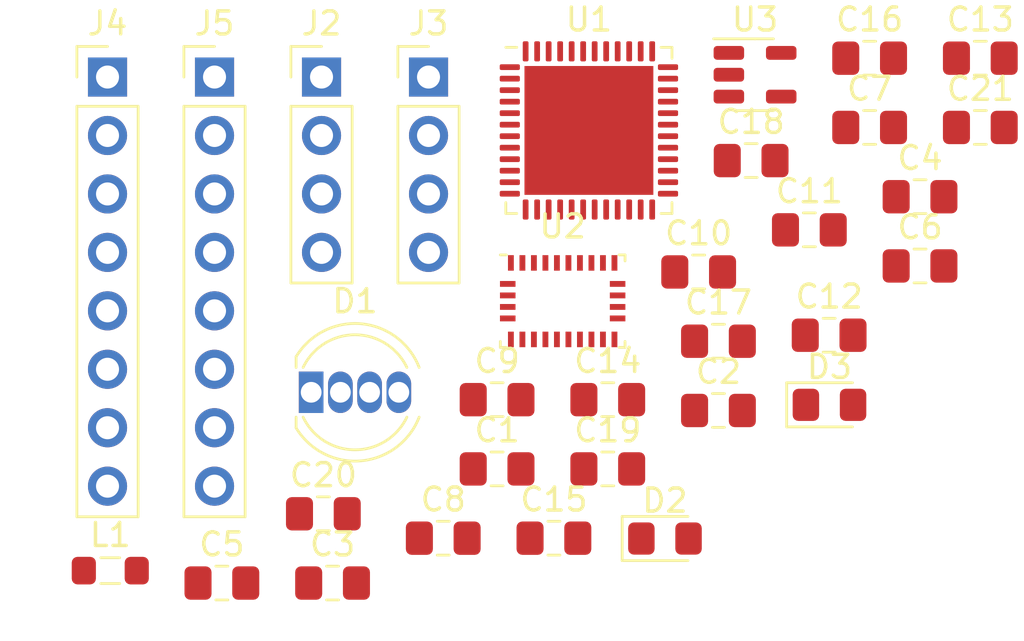
<source format=kicad_pcb>
(kicad_pcb (version 20211014) (generator pcbnew)
  (title_block (title "AUVControlBoard v2.1") (date "2023-01-27") (rev "A") (company "Marcus Behel"))
  (layers (0 "F.Cu" signal) (31 "B.Cu" signal) (34 "B.Paste" user) (35 "F.Paste" user) (36 "B.SilkS" user "B.Silkscreen") (37 "F.SilkS" user "F.Silkscreen") (38 "B.Mask" user) (39 "F.Mask" user) (44 "Edge.Cuts" user))
  (net 0 "")
  (net 1 "+5V")
  (net 2 "GND")
  (net 3 "/NRST")
  (net 4 "+3V3")
  (net 5 "/VDDA")
  (net 6 "/VCAP1")
  (net 7 "Net-(C14-Pad1)")
  (net 8 "Net-(C15-Pad1)")
  (net 9 "/OSC_IN")
  (net 10 "/OSC_OUT")
  (net 11 "/OSC32_IN")
  (net 12 "/OSC32_OUT")
  (net 13 "Net-(C21-Pad1)")
  (net 14 "/RGB_G")
  (net 15 "/RGB_B")
  (net 16 "/RGB_R")
  (net 17 "/SW_LED")
  (net 18 "Net-(D2-Pad2)")
  (net 19 "Net-(D3-Pad2)")
  (net 20 "/SCL1")
  (net 21 "/SDA1")
  (net 22 "/SWCLK")
  (net 23 "/SWDIO")
  (net 24 "/THR1")
  (net 25 "/THR2")
  (net 26 "/THR3")
  (net 27 "/THR4")
  (net 28 "/THR5")
  (net 29 "/THR6")
  (net 30 "/THR7")
  (net 31 "/THR8")
  (net 36 "/BNO_INT")
  (net 37 "/BNO_RST")
  (net 42 "/USB_DM")
  (net 43 "/USB_DP")
  (net 48 "/BOOT0")
  (net 50 "Net-(R10-Pad2)")
  (net 56 "Net-(R12-Pad1)")
  (net 61 "Net-(R5-Pad2)")
  (footprint "LED_SMD:LED_0805_2012Metric_Pad1.15x1.40mm_HandSolder" (layer "F.Cu") (at 51.615 13.022)
    (fp_text reference "D3" (at 0 -1.65) (layer "F.SilkS"))
    (fp_text value "Red")
    (fp_line (start 1 -0.96) (end -1.86 -0.96) (layer "F.SilkS") (width 0.12))
    (fp_line (start -1.86 -0.96) (end -1.86 0.96) (layer "F.SilkS") (width 0.12))
    (fp_line (start -1.86 0.96) (end 1 0.96) (layer "F.SilkS") (width 0.12))
    (pad "1" smd roundrect (at -1.025 0) (size 1.15 1.4) (layers "F.Cu" "F.Paste" "F.Mask") (roundrect_rratio 0.217391) (net 2 "GND"))
    (pad "2" smd roundrect (at 1.025 0) (size 1.15 1.4) (layers "F.Cu" "F.Paste" "F.Mask") (roundrect_rratio 0.217391) (net 19 "Net-(D3-Pad2)"))
  )
  (footprint "Capacitor_SMD:C_0805_2012Metric_Pad1.18x1.45mm_HandSolder" (layer "F.Cu") (at 29.62 17.757)
    (fp_text reference "C20" (at 0 -1.68) (layer "F.SilkS"))
    (fp_text value "100n")
    (fp_line (start -0.261252 0.735) (end 0.261252 0.735) (layer "F.SilkS") (width 0.12))
    (fp_line (start -0.261252 -0.735) (end 0.261252 -0.735) (layer "F.SilkS") (width 0.12))
    (pad "1" smd roundrect (at -1.0375 0) (size 1.175 1.45) (layers "F.Cu" "F.Paste" "F.Mask") (roundrect_rratio 0.212766) (net 4 "+3V3"))
    (pad "2" smd roundrect (at 1.0375 0) (size 1.175 1.45) (layers "F.Cu" "F.Paste" "F.Mask") (roundrect_rratio 0.212766) (net 2 "GND"))
  )
  (footprint "Capacitor_SMD:C_0805_2012Metric_Pad1.18x1.45mm_HandSolder" (layer "F.Cu") (at 58.17 0.967)
    (fp_text reference "C21" (at 0 -1.68) (layer "F.SilkS"))
    (fp_text value "1u")
    (fp_line (start -0.261252 -0.735) (end 0.261252 -0.735) (layer "F.SilkS") (width 0.12))
    (fp_line (start -0.261252 0.735) (end 0.261252 0.735) (layer "F.SilkS") (width 0.12))
    (pad "1" smd roundrect (at -1.0375 0) (size 1.175 1.45) (layers "F.Cu" "F.Paste" "F.Mask") (roundrect_rratio 0.212766) (net 13 "Net-(C21-Pad1)"))
    (pad "2" smd roundrect (at 1.0375 0) (size 1.175 1.45) (layers "F.Cu" "F.Paste" "F.Mask") (roundrect_rratio 0.212766) (net 2 "GND"))
  )
  (footprint "Connector_PinHeader_2.54mm:PinHeader_1x04_P2.54mm_Vertical" (layer "F.Cu") (at 34.19 -1.223)
    (fp_text reference "J3" (at 0 -2.33) (layer "F.SilkS"))
    (fp_text value "Conn_01x04")
    (fp_line (start -1.33 1.27) (end 1.33 1.27) (layer "F.SilkS") (width 0.12))
    (fp_line (start -1.33 0) (end -1.33 -1.33) (layer "F.SilkS") (width 0.12))
    (fp_line (start -1.33 8.95) (end 1.33 8.95) (layer "F.SilkS") (width 0.12))
    (fp_line (start 1.33 1.27) (end 1.33 8.95) (layer "F.SilkS") (width 0.12))
    (fp_line (start -1.33 1.27) (end -1.33 8.95) (layer "F.SilkS") (width 0.12))
    (fp_line (start -1.33 -1.33) (end 0 -1.33) (layer "F.SilkS") (width 0.12))
    (pad "1" thru_hole rect (at 0 0) (size 1.7 1.7) (drill 1) (layers *.Cu *.Mask) (net 2 "GND"))
    (pad "2" thru_hole oval (at 0 2.54) (size 1.7 1.7) (drill 1) (layers *.Cu *.Mask) (net 22 "/SWCLK"))
    (pad "3" thru_hole oval (at 0 5.08) (size 1.7 1.7) (drill 1) (layers *.Cu *.Mask) (net 23 "/SWDIO"))
    (pad "4" thru_hole oval (at 0 7.62) (size 1.7 1.7) (drill 1) (layers *.Cu *.Mask) (net 4 "+3V3"))
  )
  (footprint "Capacitor_SMD:C_0805_2012Metric_Pad1.18x1.45mm_HandSolder" (layer "F.Cu") (at 37.17 15.807)
    (fp_text reference "C1" (at 0 -1.68) (layer "F.SilkS"))
    (fp_text value "4.7u")
    (fp_line (start -0.261252 0.735) (end 0.261252 0.735) (layer "F.SilkS") (width 0.12))
    (fp_line (start -0.261252 -0.735) (end 0.261252 -0.735) (layer "F.SilkS") (width 0.12))
    (pad "1" smd roundrect (at -1.0375 0) (size 1.175 1.45) (layers "F.Cu" "F.Paste" "F.Mask") (roundrect_rratio 0.212766) (net 1 "+5V"))
    (pad "2" smd roundrect (at 1.0375 0) (size 1.175 1.45) (layers "F.Cu" "F.Paste" "F.Mask") (roundrect_rratio 0.212766) (net 2 "GND"))
  )
  (footprint "Capacitor_SMD:C_0805_2012Metric_Pad1.18x1.45mm_HandSolder" (layer "F.Cu") (at 25.21 20.767)
    (fp_text reference "C5" (at 0 -1.68) (layer "F.SilkS"))
    (fp_text value "4.7u")
    (fp_line (start -0.261252 -0.735) (end 0.261252 -0.735) (layer "F.SilkS") (width 0.12))
    (fp_line (start -0.261252 0.735) (end 0.261252 0.735) (layer "F.SilkS") (width 0.12))
    (pad "1" smd roundrect (at -1.0375 0) (size 1.175 1.45) (layers "F.Cu" "F.Paste" "F.Mask") (roundrect_rratio 0.212766) (net 4 "+3V3"))
    (pad "2" smd roundrect (at 1.0375 0) (size 1.175 1.45) (layers "F.Cu" "F.Paste" "F.Mask") (roundrect_rratio 0.212766) (net 2 "GND"))
  )
  (footprint "Capacitor_SMD:C_0805_2012Metric_Pad1.18x1.45mm_HandSolder" (layer "F.Cu") (at 50.74 5.417)
    (fp_text reference "C11" (at 0 -1.68) (layer "F.SilkS"))
    (fp_text value "100n")
    (fp_line (start -0.261252 0.735) (end 0.261252 0.735) (layer "F.SilkS") (width 0.12))
    (fp_line (start -0.261252 -0.735) (end 0.261252 -0.735) (layer "F.SilkS") (width 0.12))
    (pad "1" smd roundrect (at -1.0375 0) (size 1.175 1.45) (layers "F.Cu" "F.Paste" "F.Mask") (roundrect_rratio 0.212766) (net 5 "/VDDA"))
    (pad "2" smd roundrect (at 1.0375 0) (size 1.175 1.45) (layers "F.Cu" "F.Paste" "F.Mask") (roundrect_rratio 0.212766) (net 2 "GND"))
  )
  (footprint "Capacitor_SMD:C_0805_2012Metric_Pad1.18x1.45mm_HandSolder" (layer "F.Cu") (at 53.36 0.967)
    (fp_text reference "C7" (at 0 -1.68) (layer "F.SilkS"))
    (fp_text value "100n")
    (fp_line (start -0.261252 -0.735) (end 0.261252 -0.735) (layer "F.SilkS") (width 0.12))
    (fp_line (start -0.261252 0.735) (end 0.261252 0.735) (layer "F.SilkS") (width 0.12))
    (pad "1" smd roundrect (at -1.0375 0) (size 1.175 1.45) (layers "F.Cu" "F.Paste" "F.Mask") (roundrect_rratio 0.212766) (net 4 "+3V3"))
    (pad "2" smd roundrect (at 1.0375 0) (size 1.175 1.45) (layers "F.Cu" "F.Paste" "F.Mask") (roundrect_rratio 0.212766) (net 2 "GND"))
  )
  (footprint "Capacitor_SMD:C_0805_2012Metric_Pad1.18x1.45mm_HandSolder" (layer "F.Cu") (at 34.83 18.817)
    (fp_text reference "C8" (at 0 -1.68) (layer "F.SilkS"))
    (fp_text value "100n")
    (fp_line (start -0.261252 0.735) (end 0.261252 0.735) (layer "F.SilkS") (width 0.12))
    (fp_line (start -0.261252 -0.735) (end 0.261252 -0.735) (layer "F.SilkS") (width 0.12))
    (pad "1" smd roundrect (at -1.0375 0) (size 1.175 1.45) (layers "F.Cu" "F.Paste" "F.Mask") (roundrect_rratio 0.212766) (net 4 "+3V3"))
    (pad "2" smd roundrect (at 1.0375 0) (size 1.175 1.45) (layers "F.Cu" "F.Paste" "F.Mask") (roundrect_rratio 0.212766) (net 2 "GND"))
  )
  (footprint "Capacitor_SMD:C_0805_2012Metric_Pad1.18x1.45mm_HandSolder" (layer "F.Cu") (at 46.79 13.267)
    (fp_text reference "C2" (at 0 -1.68) (layer "F.SilkS"))
    (fp_text value "1u")
    (fp_line (start -0.261252 0.735) (end 0.261252 0.735) (layer "F.SilkS") (width 0.12))
    (fp_line (start -0.261252 -0.735) (end 0.261252 -0.735) (layer "F.SilkS") (width 0.12))
    (pad "1" smd roundrect (at -1.0375 0) (size 1.175 1.45) (layers "F.Cu" "F.Paste" "F.Mask") (roundrect_rratio 0.212766) (net 1 "+5V"))
    (pad "2" smd roundrect (at 1.0375 0) (size 1.175 1.45) (layers "F.Cu" "F.Paste" "F.Mask") (roundrect_rratio 0.212766) (net 2 "GND"))
  )
  (footprint "Package_DFN_QFN:QFN-48-1EP_7x7mm_P0.5mm_EP5.6x5.6mm" (layer "F.Cu") (at 41.16 1.097)
    (fp_text reference "U1" (at 0 -4.82) (layer "F.SilkS"))
    (fp_text value "STM32F411CEUx")
    (fp_line (start 3.61 -3.61) (end 3.61 -3.135) (layer "F.SilkS") (width 0.12))
    (fp_line (start 3.61 3.61) (end 3.61 3.135) (layer "F.SilkS") (width 0.12))
    (fp_line (start -3.61 3.61) (end -3.61 3.135) (layer "F.SilkS") (width 0.12))
    (fp_line (start -3.135 -3.61) (end -3.61 -3.61) (layer "F.SilkS") (width 0.12))
    (fp_line (start 3.135 3.61) (end 3.61 3.61) (layer "F.SilkS") (width 0.12))
    (fp_line (start 3.135 -3.61) (end 3.61 -3.61) (layer "F.SilkS") (width 0.12))
    (fp_line (start -3.135 3.61) (end -3.61 3.61) (layer "F.SilkS") (width 0.12))
    (pad "1" smd roundrect (at -3.4375 -2.75) (size 0.875 0.25) (layers "F.Cu" "F.Paste" "F.Mask") (net 4 "+3V3"))
    (pad "2" smd roundrect (at -3.4375 -2.25) (size 0.875 0.25) (layers "F.Cu" "F.Paste" "F.Mask") (net 17 "/SW_LED"))
    (pad "3" smd roundrect (at -3.4375 -1.75) (size 0.875 0.25) (layers "F.Cu" "F.Paste" "F.Mask") (net 11 "/OSC32_IN"))
    (pad "4" smd roundrect (at -3.4375 -1.25) (size 0.875 0.25) (layers "F.Cu" "F.Paste" "F.Mask") (net 12 "/OSC32_OUT"))
    (pad "5" smd roundrect (at -3.4375 -0.75) (size 0.875 0.25) (layers "F.Cu" "F.Paste" "F.Mask") (net 9 "/OSC_IN"))
    (pad "6" smd roundrect (at -3.4375 -0.25) (size 0.875 0.25) (layers "F.Cu" "F.Paste" "F.Mask") (net 10 "/OSC_OUT"))
    (pad "7" smd roundrect (at -3.4375 0.25) (size 0.875 0.25) (layers "F.Cu" "F.Paste" "F.Mask") (net 3 "/NRST"))
    (pad "8" smd roundrect (at -3.4375 0.75) (size 0.875 0.25) (layers "F.Cu" "F.Paste" "F.Mask") (net 2 "GND"))
    (pad "9" smd roundrect (at -3.4375 1.25) (size 0.875 0.25) (layers "F.Cu" "F.Paste" "F.Mask") (net 5 "/VDDA"))
    (pad "10" smd roundrect (at -3.4375 1.75) (size 0.875 0.25) (layers "F.Cu" "F.Paste" "F.Mask") (net 31 "/THR8"))
    (pad "11" smd roundrect (at -3.4375 2.25) (size 0.875 0.25) (layers "F.Cu" "F.Paste" "F.Mask") (net 30 "/THR7"))
    (pad "12" smd roundrect (at -3.4375 2.75) (size 0.875 0.25) (layers "F.Cu" "F.Paste" "F.Mask") (net 29 "/THR6"))
    (pad "13" smd roundrect (at -2.75 3.4375) (size 0.25 0.875) (layers "F.Cu" "F.Paste" "F.Mask") (net 28 "/THR5"))
    (pad "14" smd roundrect (at -2.25 3.4375) (size 0.25 0.875) (layers "F.Cu" "F.Paste" "F.Mask"))
    (pad "15" smd roundrect (at -1.75 3.4375) (size 0.25 0.875) (layers "F.Cu" "F.Paste" "F.Mask"))
    (pad "16" smd roundrect (at -1.25 3.4375) (size 0.25 0.875) (layers "F.Cu" "F.Paste" "F.Mask") (net 27 "/THR4"))
    (pad "17" smd roundrect (at -0.75 3.4375) (size 0.25 0.875) (layers "F.Cu" "F.Paste" "F.Mask") (net 26 "/THR3"))
    (pad "18" smd roundrect (at -0.25 3.4375) (size 0.25 0.875) (layers "F.Cu" "F.Paste" "F.Mask") (net 25 "/THR2"))
    (pad "19" smd roundrect (at 0.25 3.4375) (size 0.25 0.875) (layers "F.Cu" "F.Paste" "F.Mask") (net 24 "/THR1"))
    (pad "20" smd roundrect (at 0.75 3.4375) (size 0.25 0.875) (layers "F.Cu" "F.Paste" "F.Mask"))
    (pad "21" smd roundrect (at 1.25 3.4375) (size 0.25 0.875) (layers "F.Cu" "F.Paste" "F.Mask"))
    (pad "22" smd roundrect (at 1.75 3.4375) (size 0.25 0.875) (layers "F.Cu" "F.Paste" "F.Mask") (net 6 "/VCAP1"))
    (pad "23" smd roundrect (at 2.25 3.4375) (size 0.25 0.875) (layers "F.Cu" "F.Paste" "F.Mask") (net 2 "GND"))
    (pad "24" smd roundrect (at 2.75 3.4375) (size 0.25 0.875) (layers "F.Cu" "F.Paste" "F.Mask") (net 4 "+3V3"))
    (pad "25" smd roundrect (at 3.4375 2.75) (size 0.875 0.25) (layers "F.Cu" "F.Paste" "F.Mask") (net 36 "/BNO_INT"))
    (pad "26" smd roundrect (at 3.4375 2.25) (size 0.875 0.25) (layers "F.Cu" "F.Paste" "F.Mask") (net 37 "/BNO_RST"))
    (pad "27" smd roundrect (at 3.4375 1.75) (size 0.875 0.25) (layers "F.Cu" "F.Paste" "F.Mask"))
    (pad "28" smd roundrect (at 3.4375 1.25) (size 0.875 0.25) (layers "F.Cu" "F.Paste" "F.Mask"))
    (pad "29" smd roundrect (at 3.4375 0.75) (size 0.875 0.25) (layers "F.Cu" "F.Paste" "F.Mask") (net 16 "/RGB_R"))
    (pad "30" smd roundrect (at 3.4375 0.25) (size 0.875 0.25) (layers "F.Cu" "F.Paste" "F.Mask"))
    (pad "31" smd roundrect (at 3.4375 -0.25) (size 0.875 0.25) (layers "F.Cu" "F.Paste" "F.Mask"))
    (pad "32" smd roundrect (at 3.4375 -0.75) (size 0.875 0.25) (layers "F.Cu" "F.Paste" "F.Mask") (net 42 "/USB_DM"))
    (pad "33" smd roundrect (at 3.4375 -1.25) (size 0.875 0.25) (layers "F.Cu" "F.Paste" "F.Mask") (net 43 "/USB_DP"))
    (pad "34" smd roundrect (at 3.4375 -1.75) (size 0.875 0.25) (layers "F.Cu" "F.Paste" "F.Mask") (net 23 "/SWDIO"))
    (pad "35" smd roundrect (at 3.4375 -2.25) (size 0.875 0.25) (layers "F.Cu" "F.Paste" "F.Mask") (net 2 "GND"))
    (pad "36" smd roundrect (at 3.4375 -2.75) (size 0.875 0.25) (layers "F.Cu" "F.Paste" "F.Mask") (net 4 "+3V3"))
    (pad "37" smd roundrect (at 2.75 -3.4375) (size 0.25 0.875) (layers "F.Cu" "F.Paste" "F.Mask") (net 22 "/SWCLK"))
    (pad "38" smd roundrect (at 2.25 -3.4375) (size 0.25 0.875) (layers "F.Cu" "F.Paste" "F.Mask"))
    (pad "39" smd roundrect (at 1.75 -3.4375) (size 0.25 0.875) (layers "F.Cu" "F.Paste" "F.Mask"))
    (pad "40" smd roundrect (at 1.25 -3.4375) (size 0.25 0.875) (layers "F.Cu" "F.Paste" "F.Mask"))
    (pad "41" smd roundrect (at 0.75 -3.4375) (size 0.25 0.875) (layers "F.Cu" "F.Paste" "F.Mask"))
    (pad "42" smd roundrect (at 0.25 -3.4375) (size 0.25 0.875) (layers "F.Cu" "F.Paste" "F.Mask") (net 14 "/RGB_G"))
    (pad "43" smd roundrect (at -0.25 -3.4375) (size 0.25 0.875) (layers "F.Cu" "F.Paste" "F.Mask") (net 15 "/RGB_B"))
    (pad "44" smd roundrect (at -0.75 -3.4375) (size 0.25 0.875) (layers "F.Cu" "F.Paste" "F.Mask") (net 48 "/BOOT0"))
    (pad "45" smd roundrect (at -1.25 -3.4375) (size 0.25 0.875) (layers "F.Cu" "F.Paste" "F.Mask") (net 20 "/SCL1"))
    (pad "46" smd roundrect (at -1.75 -3.4375) (size 0.25 0.875) (layers "F.Cu" "F.Paste" "F.Mask") (net 21 "/SDA1"))
    (pad "47" smd roundrect (at -2.25 -3.4375) (size 0.25 0.875) (layers "F.Cu" "F.Paste" "F.Mask") (net 2 "GND"))
    (pad "48" smd roundrect (at -2.75 -3.4375) (size 0.25 0.875) (layers "F.Cu" "F.Paste" "F.Mask") (net 4 "+3V3"))
    (pad "49" smd rect (at 0 0) (size 5.6 5.6) (layers "F.Cu" "F.Mask") (net 2 "GND"))
  )
  (footprint "Capacitor_SMD:C_0805_2012Metric_Pad1.18x1.45mm_HandSolder" (layer "F.Cu") (at 41.98 15.807)
    (fp_text reference "C19" (at 0 -1.68) (layer "F.SilkS"))
    (fp_text value "22p")
    (fp_line (start -0.261252 -0.735) (end 0.261252 -0.735) (layer "F.SilkS") (width 0.12))
    (fp_line (start -0.261252 0.735) (end 0.261252 0.735) (layer "F.SilkS") (width 0.12))
    (pad "1" smd roundrect (at -1.0375 0) (size 1.175 1.45) (layers "F.Cu" "F.Paste" "F.Mask") (roundrect_rratio 0.212766) (net 12 "/OSC32_OUT"))
    (pad "2" smd roundrect (at 1.0375 0) (size 1.175 1.45) (layers "F.Cu" "F.Paste" "F.Mask") (roundrect_rratio 0.212766) (net 2 "GND"))
  )
  (footprint "Connector_PinHeader_2.54mm:PinHeader_1x08_P2.54mm_Vertical" (layer "F.Cu") (at 24.89 -1.223)
    (fp_text reference "J5" (at 0 -2.33) (layer "F.SilkS"))
    (fp_text value "Conn_01x08")
    (fp_line (start -1.33 19.11) (end 1.33 19.11) (layer "F.SilkS") (width 0.12))
    (fp_line (start 1.33 1.27) (end 1.33 19.11) (layer "F.SilkS") (width 0.12))
    (fp_line (start -1.33 1.27) (end -1.33 19.11) (layer "F.SilkS") (width 0.12))
    (fp_line (start -1.33 0) (end -1.33 -1.33) (layer "F.SilkS") (width 0.12))
    (fp_line (start -1.33 -1.33) (end 0 -1.33) (layer "F.SilkS") (width 0.12))
    (fp_line (start -1.33 1.27) (end 1.33 1.27) (layer "F.SilkS") (width 0.12))
    (pad "1" thru_hole rect (at 0 0) (size 1.7 1.7) (drill 1) (layers *.Cu *.Mask) (net 24 "/THR1"))
    (pad "2" thru_hole oval (at 0 2.54) (size 1.7 1.7) (drill 1) (layers *.Cu *.Mask) (net 25 "/THR2"))
    (pad "3" thru_hole oval (at 0 5.08) (size 1.7 1.7) (drill 1) (layers *.Cu *.Mask) (net 26 "/THR3"))
    (pad "4" thru_hole oval (at 0 7.62) (size 1.7 1.7) (drill 1) (layers *.Cu *.Mask) (net 27 "/THR4"))
    (pad "5" thru_hole oval (at 0 10.16) (size 1.7 1.7) (drill 1) (layers *.Cu *.Mask) (net 28 "/THR5"))
    (pad "6" thru_hole oval (at 0 12.7) (size 1.7 1.7) (drill 1) (layers *.Cu *.Mask) (net 29 "/THR6"))
    (pad "7" thru_hole oval (at 0 15.24) (size 1.7 1.7) (drill 1) (layers *.Cu *.Mask) (net 30 "/THR7"))
    (pad "8" thru_hole oval (at 0 17.78) (size 1.7 1.7) (drill 1) (layers *.Cu *.Mask) (net 31 "/THR8"))
  )
  (footprint "Capacitor_SMD:C_0805_2012Metric_Pad1.18x1.45mm_HandSolder" (layer "F.Cu") (at 51.6 9.997)
    (fp_text reference "C12" (at 0 -1.68) (layer "F.SilkS"))
    (fp_text value "1u")
    (fp_line (start -0.261252 0.735) (end 0.261252 0.735) (layer "F.SilkS") (width 0.12))
    (fp_line (start -0.261252 -0.735) (end 0.261252 -0.735) (layer "F.SilkS") (width 0.12))
    (pad "1" smd roundrect (at -1.0375 0) (size 1.175 1.45) (layers "F.Cu" "F.Paste" "F.Mask") (roundrect_rratio 0.212766) (net 5 "/VDDA"))
    (pad "2" smd roundrect (at 1.0375 0) (size 1.175 1.45) (layers "F.Cu" "F.Paste" "F.Mask") (roundrect_rratio 0.212766) (net 2 "GND"))
  )
  (footprint "Capacitor_SMD:C_0805_2012Metric_Pad1.18x1.45mm_HandSolder" (layer "F.Cu") (at 48.21 2.407)
    (fp_text reference "C18" (at 0 -1.68) (layer "F.SilkS"))
    (fp_text value "22p")
    (fp_line (start -0.261252 0.735) (end 0.261252 0.735) (layer "F.SilkS") (width 0.12))
    (fp_line (start -0.261252 -0.735) (end 0.261252 -0.735) (layer "F.SilkS") (width 0.12))
    (pad "1" smd roundrect (at -1.0375 0) (size 1.175 1.45) (layers "F.Cu" "F.Paste" "F.Mask") (roundrect_rratio 0.212766) (net 11 "/OSC32_IN"))
    (pad "2" smd roundrect (at 1.0375 0) (size 1.175 1.45) (layers "F.Cu" "F.Paste" "F.Mask") (roundrect_rratio 0.212766) (net 2 "GND"))
  )
  (footprint "Capacitor_SMD:C_0805_2012Metric_Pad1.18x1.45mm_HandSolder" (layer "F.Cu") (at 37.17 12.797)
    (fp_text reference "C9" (at 0 -1.68) (layer "F.SilkS"))
    (fp_text value "100n")
    (fp_line (start -0.261252 0.735) (end 0.261252 0.735) (layer "F.SilkS") (width 0.12))
    (fp_line (start -0.261252 -0.735) (end 0.261252 -0.735) (layer "F.SilkS") (width 0.12))
    (pad "1" smd roundrect (at -1.0375 0) (size 1.175 1.45) (layers "F.Cu" "F.Paste" "F.Mask") (roundrect_rratio 0.212766) (net 4 "+3V3"))
    (pad "2" smd roundrect (at 1.0375 0) (size 1.175 1.45) (layers "F.Cu" "F.Paste" "F.Mask") (roundrect_rratio 0.212766) (net 2 "GND"))
  )
  (footprint "LED_SMD:LED_0805_2012Metric_Pad1.15x1.40mm_HandSolder" (layer "F.Cu") (at 44.465 18.832)
    (fp_text reference "D2" (at 0 -1.65) (layer "F.SilkS"))
    (fp_text value "Blue")
    (fp_line (start 1 -0.96) (end -1.86 -0.96) (layer "F.SilkS") (width 0.12))
    (fp_line (start -1.86 -0.96) (end -1.86 0.96) (layer "F.SilkS") (width 0.12))
    (fp_line (start -1.86 0.96) (end 1 0.96) (layer "F.SilkS") (width 0.12))
    (pad "1" smd roundrect (at -1.025 0) (size 1.15 1.4) (layers "F.Cu" "F.Paste" "F.Mask") (roundrect_rratio 0.217391) (net 17 "/SW_LED"))
    (pad "2" smd roundrect (at 1.025 0) (size 1.15 1.4) (layers "F.Cu" "F.Paste" "F.Mask") (roundrect_rratio 0.217391) (net 18 "Net-(D2-Pad2)"))
  )
  (footprint "Capacitor_SMD:C_0805_2012Metric_Pad1.18x1.45mm_HandSolder" (layer "F.Cu") (at 53.36 -2.043)
    (fp_text reference "C16" (at 0 -1.68) (layer "F.SilkS"))
    (fp_text value "8p")
    (fp_line (start -0.261252 -0.735) (end 0.261252 -0.735) (layer "F.SilkS") (width 0.12))
    (fp_line (start -0.261252 0.735) (end 0.261252 0.735) (layer "F.SilkS") (width 0.12))
    (pad "1" smd roundrect (at -1.0375 0) (size 1.175 1.45) (layers "F.Cu" "F.Paste" "F.Mask") (roundrect_rratio 0.212766) (net 9 "/OSC_IN"))
    (pad "2" smd roundrect (at 1.0375 0) (size 1.175 1.45) (layers "F.Cu" "F.Paste" "F.Mask") (roundrect_rratio 0.212766) (net 2 "GND"))
  )
  (footprint "Capacitor_SMD:C_0805_2012Metric_Pad1.18x1.45mm_HandSolder" (layer "F.Cu") (at 58.17 -2.043)
    (fp_text reference "C13" (at 0 -1.68) (layer "F.SilkS"))
    (fp_text value "4.7u")
    (fp_line (start -0.261252 -0.735) (end 0.261252 -0.735) (layer "F.SilkS") (width 0.12))
    (fp_line (start -0.261252 0.735) (end 0.261252 0.735) (layer "F.SilkS") (width 0.12))
    (pad "1" smd roundrect (at -1.0375 0) (size 1.175 1.45) (layers "F.Cu" "F.Paste" "F.Mask") (roundrect_rratio 0.212766) (net 6 "/VCAP1"))
    (pad "2" smd roundrect (at 1.0375 0) (size 1.175 1.45) (layers "F.Cu" "F.Paste" "F.Mask") (roundrect_rratio 0.212766) (net 2 "GND"))
  )
  (footprint "Connector_PinHeader_2.54mm:PinHeader_1x08_P2.54mm_Vertical" (layer "F.Cu") (at 20.24 -1.223)
    (fp_text reference "J4" (at 0 -2.33) (layer "F.SilkS"))
    (fp_text value "Conn_01x08")
    (fp_line (start -1.33 19.11) (end 1.33 19.11) (layer "F.SilkS") (width 0.12))
    (fp_line (start -1.33 1.27) (end -1.33 19.11) (layer "F.SilkS") (width 0.12))
    (fp_line (start -1.33 1.27) (end 1.33 1.27) (layer "F.SilkS") (width 0.12))
    (fp_line (start -1.33 -1.33) (end 0 -1.33) (layer "F.SilkS") (width 0.12))
    (fp_line (start -1.33 0) (end -1.33 -1.33) (layer "F.SilkS") (width 0.12))
    (fp_line (start 1.33 1.27) (end 1.33 19.11) (layer "F.SilkS") (width 0.12))
    (pad "1" thru_hole rect (at 0 0) (size 1.7 1.7) (drill 1) (layers *.Cu *.Mask) (net 2 "GND"))
    (pad "2" thru_hole oval (at 0 2.54) (size 1.7 1.7) (drill 1) (layers *.Cu *.Mask) (net 2 "GND"))
    (pad "3" thru_hole oval (at 0 5.08) (size 1.7 1.7) (drill 1) (layers *.Cu *.Mask) (net 2 "GND"))
    (pad "4" thru_hole oval (at 0 7.62) (size 1.7 1.7) (drill 1) (layers *.Cu *.Mask) (net 2 "GND"))
    (pad "5" thru_hole oval (at 0 10.16) (size 1.7 1.7) (drill 1) (layers *.Cu *.Mask) (net 2 "GND"))
    (pad "6" thru_hole oval (at 0 12.7) (size 1.7 1.7) (drill 1) (layers *.Cu *.Mask) (net 2 "GND"))
    (pad "7" thru_hole oval (at 0 15.24) (size 1.7 1.7) (drill 1) (layers *.Cu *.Mask) (net 2 "GND"))
    (pad "8" thru_hole oval (at 0 17.78) (size 1.7 1.7) (drill 1) (layers *.Cu *.Mask) (net 2 "GND"))
  )
  (footprint "Connector_PinHeader_2.54mm:PinHeader_1x04_P2.54mm_Vertical" (layer "F.Cu") (at 29.54 -1.223)
    (fp_text reference "J2" (at 0 -2.33) (layer "F.SilkS"))
    (fp_text value "Conn_01x04")
    (fp_line (start -1.33 -1.33) (end 0 -1.33) (layer "F.SilkS") (width 0.12))
    (fp_line (start -1.33 1.27) (end 1.33 1.27) (layer "F.SilkS") (width 0.12))
    (fp_line (start -1.33 1.27) (end -1.33 8.95) (layer "F.SilkS") (width 0.12))
    (fp_line (start -1.33 8.95) (end 1.33 8.95) (layer "F.SilkS") (width 0.12))
    (fp_line (start 1.33 1.27) (end 1.33 8.95) (layer "F.SilkS") (width 0.12))
    (fp_line (start -1.33 0) (end -1.33 -1.33) (layer "F.SilkS") (width 0.12))
    (pad "1" thru_hole rect (at 0 0) (size 1.7 1.7) (drill 1) (layers *.Cu *.Mask) (net 4 "+3V3"))
    (pad "2" thru_hole oval (at 0 2.54) (size 1.7 1.7) (drill 1) (layers *.Cu *.Mask) (net 2 "GND"))
    (pad "3" thru_hole oval (at 0 5.08) (size 1.7 1.7) (drill 1) (layers *.Cu *.Mask) (net 20 "/SCL1"))
    (pad "4" thru_hole oval (at 0 7.62) (size 1.7 1.7) (drill 1) (layers *.Cu *.Mask) (net 21 "/SDA1"))
  )
  (footprint "Capacitor_SMD:C_0805_2012Metric_Pad1.18x1.45mm_HandSolder" (layer "F.Cu") (at 41.98 12.797)
    (fp_text reference "C14" (at 0 -1.68) (layer "F.SilkS"))
    (fp_text value "22p")
    (fp_line (start -0.261252 0.735) (end 0.261252 0.735) (layer "F.SilkS") (width 0.12))
    (fp_line (start -0.261252 -0.735) (end 0.261252 -0.735) (layer "F.SilkS") (width 0.12))
    (pad "1" smd roundrect (at -1.0375 0) (size 1.175 1.45) (layers "F.Cu" "F.Paste" "F.Mask") (roundrect_rratio 0.212766) (net 7 "Net-(C14-Pad1)"))
    (pad "2" smd roundrect (at 1.0375 0) (size 1.175 1.45) (layers "F.Cu" "F.Paste" "F.Mask") (roundrect_rratio 0.212766) (net 2 "GND"))
  )
  (footprint "Package_LGA:LGA-28_5.2x3.8mm_P0.5mm" (layer "F.Cu") (at 40.02 8.517)
    (fp_text reference "U2" (at 0 -3.25) (layer "F.SilkS"))
    (fp_text value "BNO055")
    (fp_line (start -2.71 2.01) (end -2.45 2.01) (layer "F.SilkS") (width 0.12))
    (fp_line (start -2.71 2.01) (end -2.71 1.75) (layer "F.SilkS") (width 0.12))
    (fp_line (start 2.71 -2.01) (end 2.45 -2.01) (layer "F.SilkS") (width 0.12))
    (fp_line (start 2.71 2.01) (end 2.45 2.01) (layer "F.SilkS") (width 0.12))
    (fp_line (start 2.71 -2.01) (end 2.71 -1.75) (layer "F.SilkS") (width 0.12))
    (fp_line (start 2.71 2.01) (end 2.71 1.75) (layer "F.SilkS") (width 0.12))
    (fp_line (start -2.71 -2.01) (end -2.45 -2.01) (layer "F.SilkS") (width 0.12))
    (pad "1" smd rect (at -2.25 -1.6625) (size 0.254 0.675) (layers "F.Cu" "F.Paste" "F.Mask"))
    (pad "2" smd rect (at -2.3875 -0.75 90) (size 0.254 0.675) (layers "F.Cu" "F.Paste" "F.Mask") (net 2 "GND"))
    (pad "3" smd rect (at -2.3875 -0.25 90) (size 0.254 0.675) (layers "F.Cu" "F.Paste" "F.Mask") (net 4 "+3V3"))
    (pad "4" smd rect (at -2.3875 0.25 90) (size 0.254 0.675) (layers "F.Cu" "F.Paste" "F.Mask") (net 50 "Net-(R10-Pad2)"))
    (pad "5" smd rect (at -2.3875 0.75 90) (size 0.254 0.675) (layers "F.Cu" "F.Paste" "F.Mask") (net 2 "GND"))
    (pad "6" smd rect (at -2.25 1.6625) (size 0.254 0.675) (layers "F.Cu" "F.Paste" "F.Mask") (net 2 "GND"))
    (pad "7" smd rect (at -1.75 1.6625) (size 0.254 0.675) (layers "F.Cu" "F.Paste" "F.Mask"))
    (pad "8" smd rect (at -1.25 1.6625) (size 0.254 0.675) (layers "F.Cu" "F.Paste" "F.Mask"))
    (pad "9" smd rect (at -0.75 1.6625) (size 0.254 0.675) (layers "F.Cu" "F.Paste" "F.Mask") (net 13 "Net-(C21-Pad1)"))
    (pad "10" smd rect (at -0.25 1.6625) (size 0.254 0.675) (layers "F.Cu" "F.Paste" "F.Mask"))
    (pad "11" smd rect (at 0.25 1.6625) (size 0.254 0.675) (layers "F.Cu" "F.Paste" "F.Mask") (net 37 "/BNO_RST"))
    (pad "12" smd rect (at 0.75 1.6625) (size 0.254 0.675) (layers "F.Cu" "F.Paste" "F.Mask"))
    (pad "13" smd rect (at 1.25 1.6625) (size 0.254 0.675) (layers "F.Cu" "F.Paste" "F.Mask"))
    (pad "14" smd rect (at 1.75 1.6625) (size 0.254 0.675) (layers "F.Cu" "F.Paste" "F.Mask") (net 36 "/BNO_INT"))
    (pad "15" smd rect (at 2.25 1.6625) (size 0.254 0.675) (layers "F.Cu" "F.Paste" "F.Mask") (net 2 "GND"))
    (pad "16" smd rect (at 2.3875 0.75 90) (size 0.254 0.675) (layers "F.Cu" "F.Paste" "F.Mask") (net 2 "GND"))
    (pad "17" smd rect (at 2.3875 0.25 90) (size 0.254 0.675) (layers "F.Cu" "F.Paste" "F.Mask") (net 56 "Net-(R12-Pad1)"))
    (pad "18" smd rect (at 2.3875 -0.25 90) (size 0.254 0.675) (layers "F.Cu" "F.Paste" "F.Mask") (net 2 "GND"))
    (pad "19" smd rect (at 2.3875 -0.75 90) (size 0.254 0.675) (layers "F.Cu" "F.Paste" "F.Mask") (net 20 "/SCL1"))
    (pad "20" smd rect (at 2.25 -1.6625) (size 0.254 0.675) (layers "F.Cu" "F.Paste" "F.Mask") (net 21 "/SDA1"))
    (pad "21" smd rect (at 1.75 -1.6625) (size 0.254 0.675) (layers "F.Cu" "F.Paste" "F.Mask"))
    (pad "22" smd rect (at 1.25 -1.6625) (size 0.254 0.675) (layers "F.Cu" "F.Paste" "F.Mask"))
    (pad "23" smd rect (at 0.75 -1.6625) (size 0.254 0.675) (layers "F.Cu" "F.Paste" "F.Mask"))
    (pad "24" smd rect (at 0.25 -1.6625) (size 0.254 0.675) (layers "F.Cu" "F.Paste" "F.Mask"))
    (pad "25" smd rect (at -0.25 -1.6625) (size 0.254 0.675) (layers "F.Cu" "F.Paste" "F.Mask") (net 2 "GND"))
    (pad "26" smd rect (at -0.75 -1.6625) (size 0.254 0.675) (layers "F.Cu" "F.Paste" "F.Mask") (net 7 "Net-(C14-Pad1)"))
    (pad "27" smd rect (at -1.25 -1.6625) (size 0.254 0.675) (layers "F.Cu" "F.Paste" "F.Mask") (net 8 "Net-(C15-Pad1)"))
    (pad "28" smd rect (at -1.75 -1.6625) (size 0.254 0.675) (layers "F.Cu" "F.Paste" "F.Mask") (net 4 "+3V3"))
  )
  (footprint "Capacitor_SMD:C_0805_2012Metric_Pad1.18x1.45mm_HandSolder" (layer "F.Cu") (at 45.93 7.247)
    (fp_text reference "C10" (at 0 -1.68) (layer "F.SilkS"))
    (fp_text value "100n")
    (fp_line (start -0.261252 0.735) (end 0.261252 0.735) (layer "F.SilkS") (width 0.12))
    (fp_line (start -0.261252 -0.735) (end 0.261252 -0.735) (layer "F.SilkS") (width 0.12))
    (pad "1" smd roundrect (at -1.0375 0) (size 1.175 1.45) (layers "F.Cu" "F.Paste" "F.Mask") (roundrect_rratio 0.212766) (net 4 "+3V3"))
    (pad "2" smd roundrect (at 1.0375 0) (size 1.175 1.45) (layers "F.Cu" "F.Paste" "F.Mask") (roundrect_rratio 0.212766) (net 2 "GND"))
  )
  (footprint "LED_THT:LED_D5.0mm-4_RGB" (layer "F.Cu") (at 29.09 12.477)
    (fp_text reference "D1" (at 1.905 -3.96) (layer "F.SilkS"))
    (fp_text value "LED_RGBA")
    (fp_line (start -0.655 -1.545) (end -0.655 -1.08) (layer "F.SilkS") (width 0.12))
    (fp_line (start -0.655 1.08) (end -0.655 1.545) (layer "F.SilkS") (width 0.12))
    (fp_arc (start -0.349684 -1.08) (mid 1.904762 -2.5) (end 4.159479 -1.080429) (layer "F.SilkS") (width 0.12))
    (fp_arc (start 4.692815 1.080827) (mid 2.163456 2.978808) (end -0.655 1.54483) (layer "F.SilkS") (width 0.12))
    (fp_arc (start 4.159479 1.080429) (mid 1.904762 2.5) (end -0.349684 1.08) (layer "F.SilkS") (width 0.12))
    (fp_arc (start -0.655 -1.54483) (mid 2.163456 -2.978809) (end 4.692815 -1.080827) (layer "F.SilkS") (width 0.12))
    (pad "1" thru_hole rect (at 0 0) (size 1.07 1.8) (drill 0.9) (layers *.Cu *.Mask) (net 14 "/RGB_G"))
    (pad "2" thru_hole oval (at 1.27 0) (size 1.07 1.8) (drill 0.9) (layers *.Cu *.Mask) (net 15 "/RGB_B"))
    (pad "3" thru_hole oval (at 2.54 0) (size 1.07 1.8) (drill 0.9) (layers *.Cu *.Mask) (net 4 "+3V3"))
    (pad "4" thru_hole oval (at 3.81 0) (size 1.07 1.8) (drill 0.9) (layers *.Cu *.Mask) (net 16 "/RGB_R"))
  )
  (footprint "Inductor_SMD:L_0805_2012Metric_Pad1.05x1.20mm_HandSolder" (layer "F.Cu") (at 20.36 20.227)
    (fp_text reference "L1" (at 0 -1.55) (layer "F.SilkS"))
    (fp_text value "1kOhm")
    (fp_line (start -0.410242 -0.56) (end 0.410242 -0.56) (layer "F.SilkS") (width 0.12))
    (fp_line (start -0.410242 0.56) (end 0.410242 0.56) (layer "F.SilkS") (width 0.12))
    (pad "1" smd roundrect (at -1.15 0) (size 1.05 1.2) (layers "F.Cu" "F.Paste" "F.Mask") (roundrect_rratio 0.238095) (net 4 "+3V3"))
    (pad "2" smd roundrect (at 1.15 0) (size 1.05 1.2) (layers "F.Cu" "F.Paste" "F.Mask") (roundrect_rratio 0.238095) (net 5 "/VDDA"))
  )
  (footprint "Capacitor_SMD:C_0805_2012Metric_Pad1.18x1.45mm_HandSolder" (layer "F.Cu") (at 39.64 18.817)
    (fp_text reference "C15" (at 0 -1.68) (layer "F.SilkS"))
    (fp_text value "22p")
    (fp_line (start -0.261252 0.735) (end 0.261252 0.735) (layer "F.SilkS") (width 0.12))
    (fp_line (start -0.261252 -0.735) (end 0.261252 -0.735) (layer "F.SilkS") (width 0.12))
    (pad "1" smd roundrect (at -1.0375 0) (size 1.175 1.45) (layers "F.Cu" "F.Paste" "F.Mask") (roundrect_rratio 0.212766) (net 8 "Net-(C15-Pad1)"))
    (pad "2" smd roundrect (at 1.0375 0) (size 1.175 1.45) (layers "F.Cu" "F.Paste" "F.Mask") (roundrect_rratio 0.212766) (net 2 "GND"))
  )
  (footprint "Capacitor_SMD:C_0805_2012Metric_Pad1.18x1.45mm_HandSolder" (layer "F.Cu") (at 55.55 6.987)
    (fp_text reference "C6" (at 0 -1.68) (layer "F.SilkS"))
    (fp_text value "10u")
    (fp_line (start -0.261252 0.735) (end 0.261252 0.735) (layer "F.SilkS") (width 0.12))
    (fp_line (start -0.261252 -0.735) (end 0.261252 -0.735) (layer "F.SilkS") (width 0.12))
    (pad "1" smd roundrect (at -1.0375 0) (size 1.175 1.45) (layers "F.Cu" "F.Paste" "F.Mask") (roundrect_rratio 0.212766) (net 4 "+3V3"))
    (pad "2" smd roundrect (at 1.0375 0) (size 1.175 1.45) (layers "F.Cu" "F.Paste" "F.Mask") (roundrect_rratio 0.212766) (net 2 "GND"))
  )
  (footprint "Capacitor_SMD:C_0805_2012Metric_Pad1.18x1.45mm_HandSolder" (layer "F.Cu") (at 30.02 20.767)
    (fp_text reference "C3" (at 0 -1.68) (layer "F.SilkS"))
    (fp_text value "100n")
    (fp_line (start -0.261252 -0.735) (end 0.261252 -0.735) (layer "F.SilkS") (width 0.12))
    (fp_line (start -0.261252 0.735) (end 0.261252 0.735) (layer "F.SilkS") (width 0.12))
    (pad "1" smd roundrect (at -1.0375 0) (size 1.175 1.45) (layers "F.Cu" "F.Paste" "F.Mask") (roundrect_rratio 0.212766) (net 3 "/NRST"))
    (pad "2" smd roundrect (at 1.0375 0) (size 1.175 1.45) (layers "F.Cu" "F.Paste" "F.Mask") (roundrect_rratio 0.212766) (net 2 "GND"))
  )
  (footprint "Capacitor_SMD:C_0805_2012Metric_Pad1.18x1.45mm_HandSolder" (layer "F.Cu") (at 46.79 10.257)
    (fp_text reference "C17" (at 0 -1.68) (layer "F.SilkS"))
    (fp_text value "8p")
    (fp_line (start -0.261252 0.735) (end 0.261252 0.735) (layer "F.SilkS") (width 0.12))
    (fp_line (start -0.261252 -0.735) (end 0.261252 -0.735) (layer "F.SilkS") (width 0.12))
    (pad "1" smd roundrect (at -1.0375 0) (size 1.175 1.45) (layers "F.Cu" "F.Paste" "F.Mask") (roundrect_rratio 0.212766) (net 10 "/OSC_OUT"))
    (pad "2" smd roundrect (at 1.0375 0) (size 1.175 1.45) (layers "F.Cu" "F.Paste" "F.Mask") (roundrect_rratio 0.212766) (net 2 "GND"))
  )
  (footprint "Package_TO_SOT_SMD:SOT-23-5" (layer "F.Cu") (at 48.38 -1.323)
    (fp_text reference "U3" (at 0 -2.4) (layer "F.SilkS"))
    (fp_text value "AP2112K-3.3")
    (fp_line (start 0 -1.56) (end 0.8 -1.56) (layer "F.SilkS") (width 0.12))
    (fp_line (start 0 -1.56) (end -1.8 -1.56) (layer "F.SilkS") (width 0.12))
    (fp_line (start 0 1.56) (end -0.8 1.56) (layer "F.SilkS") (width 0.12))
    (fp_line (start 0 1.56) (end 0.8 1.56) (layer "F.SilkS") (width 0.12))
    (pad "1" smd roundrect (at -1.1375 -0.95) (size 1.325 0.6) (layers "F.Cu" "F.Paste" "F.Mask") (net 1 "+5V"))
    (pad "2" smd roundrect (at -1.1375 0) (size 1.325 0.6) (layers "F.Cu" "F.Paste" "F.Mask") (net 2 "GND"))
    (pad "3" smd roundrect (at -1.1375 0.95) (size 1.325 0.6) (layers "F.Cu" "F.Paste" "F.Mask") (net 61 "Net-(R5-Pad2)"))
    (pad "4" smd roundrect (at 1.1375 0.95) (size 1.325 0.6) (layers "F.Cu" "F.Paste" "F.Mask"))
    (pad "5" smd roundrect (at 1.1375 -0.95) (size 1.325 0.6) (layers "F.Cu" "F.Paste" "F.Mask") (net 4 "+3V3"))
  )
  (footprint "Capacitor_SMD:C_0805_2012Metric_Pad1.18x1.45mm_HandSolder" (layer "F.Cu") (at 55.55 3.977)
    (fp_text reference "C4" (at 0 -1.68) (layer "F.SilkS"))
    (fp_text value "1u")
    (fp_line (start -0.261252 -0.735) (end 0.261252 -0.735) (layer "F.SilkS") (width 0.12))
    (fp_line (start -0.261252 0.735) (end 0.261252 0.735) (layer "F.SilkS") (width 0.12))
    (pad "1" smd roundrect (at -1.0375 0) (size 1.175 1.45) (layers "F.Cu" "F.Paste" "F.Mask") (roundrect_rratio 0.212766) (net 4 "+3V3"))
    (pad "2" smd roundrect (at 1.0375 0) (size 1.175 1.45) (layers "F.Cu" "F.Paste" "F.Mask") (roundrect_rratio 0.212766) (net 2 "GND"))
  )
)
</source>
